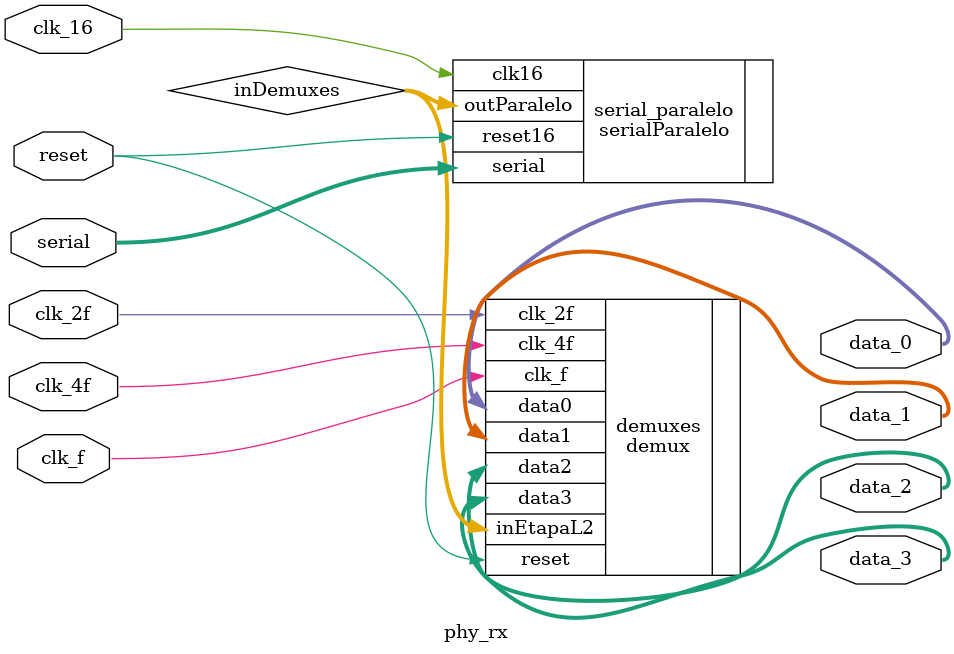
<source format=v>
`include "demux.v"
`include "serialParalelo.v"

module phy_rx(  input clk_f,
                input clk_2f,
                input clk_4f,
                input clk_16,
                input reset,
                input [1:0] serial,
                output [8:0] data_0,
            	output [8:0] data_1,
            	output [8:0] data_2,
            	output [8:0] data_3);

  wire [8:0] inDemuxes;
  
  serialParalelo serial_paralelo (  .clk16(clk_16),
                                    .reset16(reset),
                                    .serial(serial),
                                    .outParalelo(inDemuxes));

  demux demuxes (  .clk_f(clk_f),
                   .clk_2f(clk_2f),
                   .clk_4f(clk_4f),
                   .reset(reset),
                   .inEtapaL2(inDemuxes),
                   .data0(data_0),
                   .data1(data_1),
                   .data2(data_2),
                   .data3(data_3));

endmodule

</source>
